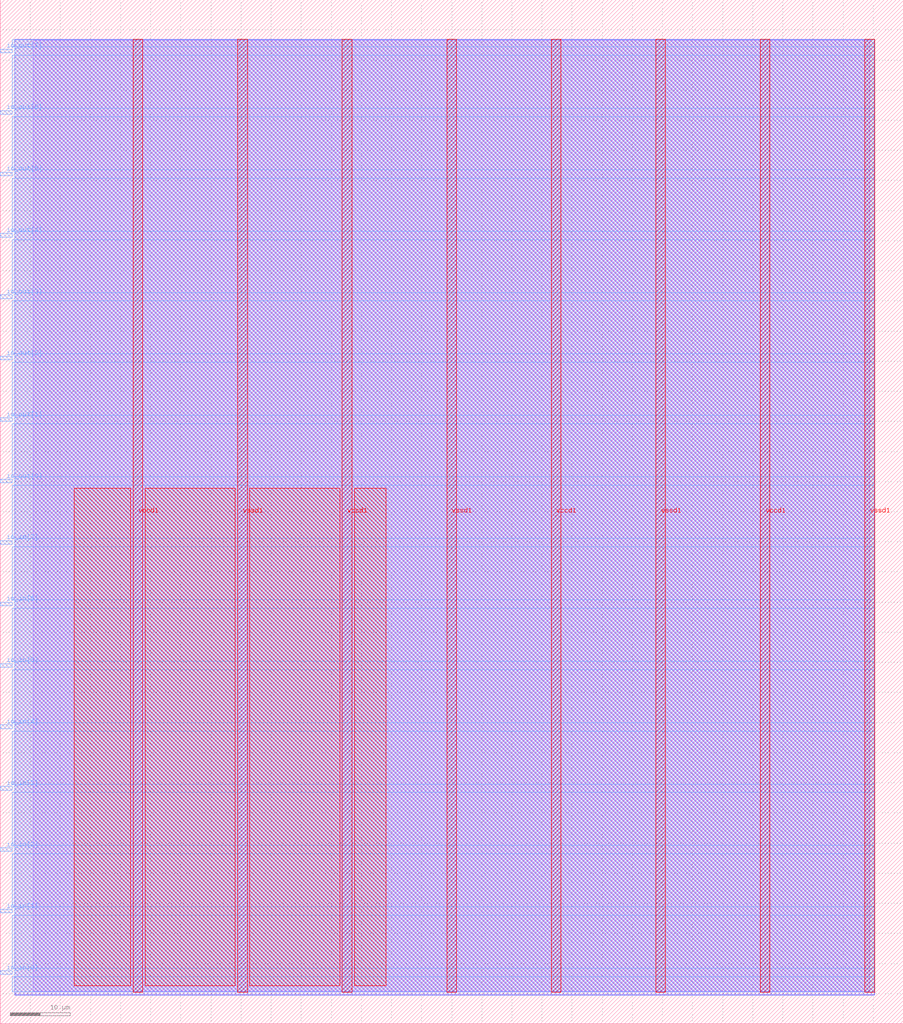
<source format=lef>
VERSION 5.7 ;
  NOWIREEXTENSIONATPIN ON ;
  DIVIDERCHAR "/" ;
  BUSBITCHARS "[]" ;
MACRO zl_uart
  CLASS BLOCK ;
  FOREIGN zl_uart ;
  ORIGIN 0.000 0.000 ;
  SIZE 150.000 BY 170.000 ;
  PIN io_in[0]
    DIRECTION INPUT ;
    USE SIGNAL ;
    PORT
      LAYER met3 ;
        RECT 0.000 8.200 2.000 8.800 ;
    END
  END io_in[0]
  PIN io_in[1]
    DIRECTION INPUT ;
    USE SIGNAL ;
    PORT
      LAYER met3 ;
        RECT 0.000 18.400 2.000 19.000 ;
    END
  END io_in[1]
  PIN io_in[2]
    DIRECTION INPUT ;
    USE SIGNAL ;
    PORT
      LAYER met3 ;
        RECT 0.000 28.600 2.000 29.200 ;
    END
  END io_in[2]
  PIN io_in[3]
    DIRECTION INPUT ;
    USE SIGNAL ;
    PORT
      LAYER met3 ;
        RECT 0.000 38.800 2.000 39.400 ;
    END
  END io_in[3]
  PIN io_in[4]
    DIRECTION INPUT ;
    USE SIGNAL ;
    PORT
      LAYER met3 ;
        RECT 0.000 49.000 2.000 49.600 ;
    END
  END io_in[4]
  PIN io_in[5]
    DIRECTION INPUT ;
    USE SIGNAL ;
    PORT
      LAYER met3 ;
        RECT 0.000 59.200 2.000 59.800 ;
    END
  END io_in[5]
  PIN io_in[6]
    DIRECTION INPUT ;
    USE SIGNAL ;
    PORT
      LAYER met3 ;
        RECT 0.000 69.400 2.000 70.000 ;
    END
  END io_in[6]
  PIN io_in[7]
    DIRECTION INPUT ;
    USE SIGNAL ;
    PORT
      LAYER met3 ;
        RECT 0.000 79.600 2.000 80.200 ;
    END
  END io_in[7]
  PIN io_out[0]
    DIRECTION OUTPUT TRISTATE ;
    USE SIGNAL ;
    PORT
      LAYER met3 ;
        RECT 0.000 89.800 2.000 90.400 ;
    END
  END io_out[0]
  PIN io_out[1]
    DIRECTION OUTPUT TRISTATE ;
    USE SIGNAL ;
    PORT
      LAYER met3 ;
        RECT 0.000 100.000 2.000 100.600 ;
    END
  END io_out[1]
  PIN io_out[2]
    DIRECTION OUTPUT TRISTATE ;
    USE SIGNAL ;
    PORT
      LAYER met3 ;
        RECT 0.000 110.200 2.000 110.800 ;
    END
  END io_out[2]
  PIN io_out[3]
    DIRECTION OUTPUT TRISTATE ;
    USE SIGNAL ;
    PORT
      LAYER met3 ;
        RECT 0.000 120.400 2.000 121.000 ;
    END
  END io_out[3]
  PIN io_out[4]
    DIRECTION OUTPUT TRISTATE ;
    USE SIGNAL ;
    PORT
      LAYER met3 ;
        RECT 0.000 130.600 2.000 131.200 ;
    END
  END io_out[4]
  PIN io_out[5]
    DIRECTION OUTPUT TRISTATE ;
    USE SIGNAL ;
    PORT
      LAYER met3 ;
        RECT 0.000 140.800 2.000 141.400 ;
    END
  END io_out[5]
  PIN io_out[6]
    DIRECTION OUTPUT TRISTATE ;
    USE SIGNAL ;
    PORT
      LAYER met3 ;
        RECT 0.000 151.000 2.000 151.600 ;
    END
  END io_out[6]
  PIN io_out[7]
    DIRECTION OUTPUT TRISTATE ;
    USE SIGNAL ;
    PORT
      LAYER met3 ;
        RECT 0.000 161.200 2.000 161.800 ;
    END
  END io_out[7]
  PIN vccd1
    DIRECTION INOUT ;
    USE POWER ;
    PORT
      LAYER met4 ;
        RECT 22.085 5.200 23.685 163.440 ;
    END
    PORT
      LAYER met4 ;
        RECT 56.815 5.200 58.415 163.440 ;
    END
    PORT
      LAYER met4 ;
        RECT 91.545 5.200 93.145 163.440 ;
    END
    PORT
      LAYER met4 ;
        RECT 126.275 5.200 127.875 163.440 ;
    END
  END vccd1
  PIN vssd1
    DIRECTION INOUT ;
    USE GROUND ;
    PORT
      LAYER met4 ;
        RECT 39.450 5.200 41.050 163.440 ;
    END
    PORT
      LAYER met4 ;
        RECT 74.180 5.200 75.780 163.440 ;
    END
    PORT
      LAYER met4 ;
        RECT 108.910 5.200 110.510 163.440 ;
    END
    PORT
      LAYER met4 ;
        RECT 143.640 5.200 145.240 163.440 ;
    END
  END vssd1
  OBS
      LAYER li1 ;
        RECT 5.520 5.355 144.440 163.285 ;
      LAYER met1 ;
        RECT 2.370 4.800 145.240 163.440 ;
      LAYER met2 ;
        RECT 2.390 4.770 145.210 163.385 ;
      LAYER met3 ;
        RECT 2.000 162.200 145.230 163.365 ;
        RECT 2.400 160.800 145.230 162.200 ;
        RECT 2.000 152.000 145.230 160.800 ;
        RECT 2.400 150.600 145.230 152.000 ;
        RECT 2.000 141.800 145.230 150.600 ;
        RECT 2.400 140.400 145.230 141.800 ;
        RECT 2.000 131.600 145.230 140.400 ;
        RECT 2.400 130.200 145.230 131.600 ;
        RECT 2.000 121.400 145.230 130.200 ;
        RECT 2.400 120.000 145.230 121.400 ;
        RECT 2.000 111.200 145.230 120.000 ;
        RECT 2.400 109.800 145.230 111.200 ;
        RECT 2.000 101.000 145.230 109.800 ;
        RECT 2.400 99.600 145.230 101.000 ;
        RECT 2.000 90.800 145.230 99.600 ;
        RECT 2.400 89.400 145.230 90.800 ;
        RECT 2.000 80.600 145.230 89.400 ;
        RECT 2.400 79.200 145.230 80.600 ;
        RECT 2.000 70.400 145.230 79.200 ;
        RECT 2.400 69.000 145.230 70.400 ;
        RECT 2.000 60.200 145.230 69.000 ;
        RECT 2.400 58.800 145.230 60.200 ;
        RECT 2.000 50.000 145.230 58.800 ;
        RECT 2.400 48.600 145.230 50.000 ;
        RECT 2.000 39.800 145.230 48.600 ;
        RECT 2.400 38.400 145.230 39.800 ;
        RECT 2.000 29.600 145.230 38.400 ;
        RECT 2.400 28.200 145.230 29.600 ;
        RECT 2.000 19.400 145.230 28.200 ;
        RECT 2.400 18.000 145.230 19.400 ;
        RECT 2.000 9.200 145.230 18.000 ;
        RECT 2.400 7.800 145.230 9.200 ;
        RECT 2.000 5.275 145.230 7.800 ;
      LAYER met4 ;
        RECT 12.255 6.295 21.685 88.905 ;
        RECT 24.085 6.295 39.050 88.905 ;
        RECT 41.450 6.295 56.415 88.905 ;
        RECT 58.815 6.295 64.105 88.905 ;
  END
END zl_uart
END LIBRARY


</source>
